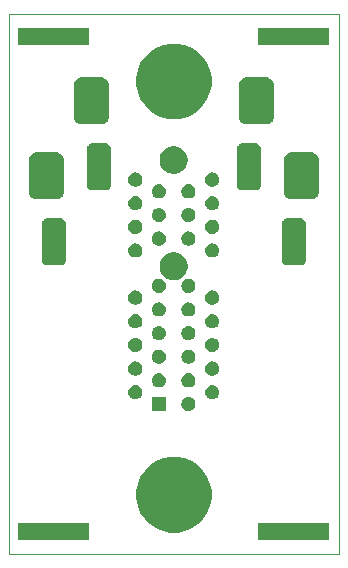
<source format=gbr>
%TF.GenerationSoftware,KiCad,Pcbnew,5.0.2-bee76a0~70~ubuntu16.04.1*%
%TF.CreationDate,2019-06-19T10:23:05+02:00*%
%TF.ProjectId,baseplate_in_output,62617365-706c-4617-9465-5f696e5f6f75,rev?*%
%TF.SameCoordinates,Original*%
%TF.FileFunction,Soldermask,Bot*%
%TF.FilePolarity,Negative*%
%FSLAX46Y46*%
G04 Gerber Fmt 4.6, Leading zero omitted, Abs format (unit mm)*
G04 Created by KiCad (PCBNEW 5.0.2-bee76a0~70~ubuntu16.04.1) date Mi 19 Jun 2019 10:23:05 CEST*
%MOMM*%
%LPD*%
G01*
G04 APERTURE LIST*
%ADD10C,0.100000*%
G04 APERTURE END LIST*
D10*
X25400000Y-58420000D02*
X25400000Y-12700000D01*
X53340000Y-58420000D02*
X25400000Y-58420000D01*
X53340000Y-12700000D02*
X53340000Y-58420000D01*
X25400000Y-12700000D02*
X53340000Y-12700000D01*
G36*
X52489638Y-55766554D02*
X52498901Y-55769364D01*
X52507446Y-55773932D01*
X52514928Y-55780072D01*
X52521068Y-55787554D01*
X52525636Y-55796099D01*
X52528446Y-55805362D01*
X52530000Y-55821143D01*
X52530000Y-57208857D01*
X52528446Y-57224638D01*
X52525636Y-57233901D01*
X52521068Y-57242446D01*
X52514928Y-57249928D01*
X52507446Y-57256068D01*
X52498901Y-57260636D01*
X52489638Y-57263446D01*
X52473857Y-57265000D01*
X46586143Y-57265000D01*
X46570362Y-57263446D01*
X46561099Y-57260636D01*
X46552554Y-57256068D01*
X46545072Y-57249928D01*
X46538932Y-57242446D01*
X46534364Y-57233901D01*
X46531554Y-57224638D01*
X46530000Y-57208857D01*
X46530000Y-55821143D01*
X46531554Y-55805362D01*
X46534364Y-55796099D01*
X46538932Y-55787554D01*
X46545072Y-55780072D01*
X46552554Y-55773932D01*
X46561099Y-55769364D01*
X46570362Y-55766554D01*
X46586143Y-55765000D01*
X52473857Y-55765000D01*
X52489638Y-55766554D01*
X52489638Y-55766554D01*
G37*
G36*
X32169638Y-55766554D02*
X32178901Y-55769364D01*
X32187446Y-55773932D01*
X32194928Y-55780072D01*
X32201068Y-55787554D01*
X32205636Y-55796099D01*
X32208446Y-55805362D01*
X32210000Y-55821143D01*
X32210000Y-57208857D01*
X32208446Y-57224638D01*
X32205636Y-57233901D01*
X32201068Y-57242446D01*
X32194928Y-57249928D01*
X32187446Y-57256068D01*
X32178901Y-57260636D01*
X32169638Y-57263446D01*
X32153857Y-57265000D01*
X26266143Y-57265000D01*
X26250362Y-57263446D01*
X26241099Y-57260636D01*
X26232554Y-57256068D01*
X26225072Y-57249928D01*
X26218932Y-57242446D01*
X26214364Y-57233901D01*
X26211554Y-57224638D01*
X26210000Y-57208857D01*
X26210000Y-55821143D01*
X26211554Y-55805362D01*
X26214364Y-55796099D01*
X26218932Y-55787554D01*
X26225072Y-55780072D01*
X26232554Y-55773932D01*
X26241099Y-55769364D01*
X26250362Y-55766554D01*
X26266143Y-55765000D01*
X32153857Y-55765000D01*
X32169638Y-55766554D01*
X32169638Y-55766554D01*
G37*
G36*
X40303405Y-50337974D02*
X40885767Y-50579196D01*
X41409884Y-50929400D01*
X41855600Y-51375116D01*
X42205804Y-51899233D01*
X42447026Y-52481595D01*
X42570000Y-53099826D01*
X42570000Y-53730174D01*
X42447026Y-54348405D01*
X42205804Y-54930767D01*
X41855600Y-55454884D01*
X41409884Y-55900600D01*
X40885767Y-56250804D01*
X40303405Y-56492026D01*
X39685174Y-56615000D01*
X39054826Y-56615000D01*
X38436595Y-56492026D01*
X37854233Y-56250804D01*
X37330116Y-55900600D01*
X36884400Y-55454884D01*
X36534196Y-54930767D01*
X36292974Y-54348405D01*
X36170000Y-53730174D01*
X36170000Y-53099826D01*
X36292974Y-52481595D01*
X36534196Y-51899233D01*
X36884400Y-51375116D01*
X37330116Y-50929400D01*
X37854233Y-50579196D01*
X38436595Y-50337974D01*
X39054826Y-50215000D01*
X39685174Y-50215000D01*
X40303405Y-50337974D01*
X40303405Y-50337974D01*
G37*
G36*
X38700000Y-46320000D02*
X37500000Y-46320000D01*
X37500000Y-45120000D01*
X38700000Y-45120000D01*
X38700000Y-46320000D01*
X38700000Y-46320000D01*
G37*
G36*
X40775012Y-45143057D02*
X40884207Y-45188287D01*
X40982481Y-45253952D01*
X41066048Y-45337519D01*
X41131713Y-45435793D01*
X41176943Y-45544988D01*
X41200000Y-45660904D01*
X41200000Y-45779096D01*
X41176943Y-45895012D01*
X41131713Y-46004207D01*
X41066048Y-46102481D01*
X40982481Y-46186048D01*
X40884207Y-46251713D01*
X40775012Y-46296943D01*
X40659096Y-46320000D01*
X40540904Y-46320000D01*
X40424988Y-46296943D01*
X40315793Y-46251713D01*
X40217519Y-46186048D01*
X40133952Y-46102481D01*
X40068287Y-46004207D01*
X40023057Y-45895012D01*
X40000000Y-45779096D01*
X40000000Y-45660904D01*
X40023057Y-45544988D01*
X40068287Y-45435793D01*
X40133952Y-45337519D01*
X40217519Y-45253952D01*
X40315793Y-45188287D01*
X40424988Y-45143057D01*
X40540904Y-45120000D01*
X40659096Y-45120000D01*
X40775012Y-45143057D01*
X40775012Y-45143057D01*
G37*
G36*
X42775012Y-44143057D02*
X42884207Y-44188287D01*
X42982481Y-44253952D01*
X43066048Y-44337519D01*
X43131713Y-44435793D01*
X43176943Y-44544988D01*
X43200000Y-44660904D01*
X43200000Y-44779096D01*
X43176943Y-44895012D01*
X43131713Y-45004207D01*
X43066048Y-45102481D01*
X42982481Y-45186048D01*
X42884207Y-45251713D01*
X42775012Y-45296943D01*
X42659096Y-45320000D01*
X42540904Y-45320000D01*
X42424988Y-45296943D01*
X42315793Y-45251713D01*
X42217519Y-45186048D01*
X42133952Y-45102481D01*
X42068287Y-45004207D01*
X42023057Y-44895012D01*
X42000000Y-44779096D01*
X42000000Y-44660904D01*
X42023057Y-44544988D01*
X42068287Y-44435793D01*
X42133952Y-44337519D01*
X42217519Y-44253952D01*
X42315793Y-44188287D01*
X42424988Y-44143057D01*
X42540904Y-44120000D01*
X42659096Y-44120000D01*
X42775012Y-44143057D01*
X42775012Y-44143057D01*
G37*
G36*
X36275012Y-44143057D02*
X36384207Y-44188287D01*
X36482481Y-44253952D01*
X36566048Y-44337519D01*
X36631713Y-44435793D01*
X36676943Y-44544988D01*
X36700000Y-44660904D01*
X36700000Y-44779096D01*
X36676943Y-44895012D01*
X36631713Y-45004207D01*
X36566048Y-45102481D01*
X36482481Y-45186048D01*
X36384207Y-45251713D01*
X36275012Y-45296943D01*
X36159096Y-45320000D01*
X36040904Y-45320000D01*
X35924988Y-45296943D01*
X35815793Y-45251713D01*
X35717519Y-45186048D01*
X35633952Y-45102481D01*
X35568287Y-45004207D01*
X35523057Y-44895012D01*
X35500000Y-44779096D01*
X35500000Y-44660904D01*
X35523057Y-44544988D01*
X35568287Y-44435793D01*
X35633952Y-44337519D01*
X35717519Y-44253952D01*
X35815793Y-44188287D01*
X35924988Y-44143057D01*
X36040904Y-44120000D01*
X36159096Y-44120000D01*
X36275012Y-44143057D01*
X36275012Y-44143057D01*
G37*
G36*
X40775012Y-43143057D02*
X40884207Y-43188287D01*
X40982481Y-43253952D01*
X41066048Y-43337519D01*
X41131713Y-43435793D01*
X41176943Y-43544988D01*
X41200000Y-43660904D01*
X41200000Y-43779096D01*
X41176943Y-43895012D01*
X41131713Y-44004207D01*
X41066048Y-44102481D01*
X40982481Y-44186048D01*
X40884207Y-44251713D01*
X40775012Y-44296943D01*
X40659096Y-44320000D01*
X40540904Y-44320000D01*
X40424988Y-44296943D01*
X40315793Y-44251713D01*
X40217519Y-44186048D01*
X40133952Y-44102481D01*
X40068287Y-44004207D01*
X40023057Y-43895012D01*
X40000000Y-43779096D01*
X40000000Y-43660904D01*
X40023057Y-43544988D01*
X40068287Y-43435793D01*
X40133952Y-43337519D01*
X40217519Y-43253952D01*
X40315793Y-43188287D01*
X40424988Y-43143057D01*
X40540904Y-43120000D01*
X40659096Y-43120000D01*
X40775012Y-43143057D01*
X40775012Y-43143057D01*
G37*
G36*
X38275012Y-43143057D02*
X38384207Y-43188287D01*
X38482481Y-43253952D01*
X38566048Y-43337519D01*
X38631713Y-43435793D01*
X38676943Y-43544988D01*
X38700000Y-43660904D01*
X38700000Y-43779096D01*
X38676943Y-43895012D01*
X38631713Y-44004207D01*
X38566048Y-44102481D01*
X38482481Y-44186048D01*
X38384207Y-44251713D01*
X38275012Y-44296943D01*
X38159096Y-44320000D01*
X38040904Y-44320000D01*
X37924988Y-44296943D01*
X37815793Y-44251713D01*
X37717519Y-44186048D01*
X37633952Y-44102481D01*
X37568287Y-44004207D01*
X37523057Y-43895012D01*
X37500000Y-43779096D01*
X37500000Y-43660904D01*
X37523057Y-43544988D01*
X37568287Y-43435793D01*
X37633952Y-43337519D01*
X37717519Y-43253952D01*
X37815793Y-43188287D01*
X37924988Y-43143057D01*
X38040904Y-43120000D01*
X38159096Y-43120000D01*
X38275012Y-43143057D01*
X38275012Y-43143057D01*
G37*
G36*
X36275012Y-42143057D02*
X36384207Y-42188287D01*
X36482481Y-42253952D01*
X36566048Y-42337519D01*
X36631713Y-42435793D01*
X36676943Y-42544988D01*
X36700000Y-42660904D01*
X36700000Y-42779096D01*
X36676943Y-42895012D01*
X36631713Y-43004207D01*
X36566048Y-43102481D01*
X36482481Y-43186048D01*
X36384207Y-43251713D01*
X36275012Y-43296943D01*
X36159096Y-43320000D01*
X36040904Y-43320000D01*
X35924988Y-43296943D01*
X35815793Y-43251713D01*
X35717519Y-43186048D01*
X35633952Y-43102481D01*
X35568287Y-43004207D01*
X35523057Y-42895012D01*
X35500000Y-42779096D01*
X35500000Y-42660904D01*
X35523057Y-42544988D01*
X35568287Y-42435793D01*
X35633952Y-42337519D01*
X35717519Y-42253952D01*
X35815793Y-42188287D01*
X35924988Y-42143057D01*
X36040904Y-42120000D01*
X36159096Y-42120000D01*
X36275012Y-42143057D01*
X36275012Y-42143057D01*
G37*
G36*
X42775012Y-42143057D02*
X42884207Y-42188287D01*
X42982481Y-42253952D01*
X43066048Y-42337519D01*
X43131713Y-42435793D01*
X43176943Y-42544988D01*
X43200000Y-42660904D01*
X43200000Y-42779096D01*
X43176943Y-42895012D01*
X43131713Y-43004207D01*
X43066048Y-43102481D01*
X42982481Y-43186048D01*
X42884207Y-43251713D01*
X42775012Y-43296943D01*
X42659096Y-43320000D01*
X42540904Y-43320000D01*
X42424988Y-43296943D01*
X42315793Y-43251713D01*
X42217519Y-43186048D01*
X42133952Y-43102481D01*
X42068287Y-43004207D01*
X42023057Y-42895012D01*
X42000000Y-42779096D01*
X42000000Y-42660904D01*
X42023057Y-42544988D01*
X42068287Y-42435793D01*
X42133952Y-42337519D01*
X42217519Y-42253952D01*
X42315793Y-42188287D01*
X42424988Y-42143057D01*
X42540904Y-42120000D01*
X42659096Y-42120000D01*
X42775012Y-42143057D01*
X42775012Y-42143057D01*
G37*
G36*
X40775012Y-41143057D02*
X40884207Y-41188287D01*
X40982481Y-41253952D01*
X41066048Y-41337519D01*
X41131713Y-41435793D01*
X41176943Y-41544988D01*
X41200000Y-41660904D01*
X41200000Y-41779096D01*
X41176943Y-41895012D01*
X41131713Y-42004207D01*
X41066048Y-42102481D01*
X40982481Y-42186048D01*
X40884207Y-42251713D01*
X40775012Y-42296943D01*
X40659096Y-42320000D01*
X40540904Y-42320000D01*
X40424988Y-42296943D01*
X40315793Y-42251713D01*
X40217519Y-42186048D01*
X40133952Y-42102481D01*
X40068287Y-42004207D01*
X40023057Y-41895012D01*
X40000000Y-41779096D01*
X40000000Y-41660904D01*
X40023057Y-41544988D01*
X40068287Y-41435793D01*
X40133952Y-41337519D01*
X40217519Y-41253952D01*
X40315793Y-41188287D01*
X40424988Y-41143057D01*
X40540904Y-41120000D01*
X40659096Y-41120000D01*
X40775012Y-41143057D01*
X40775012Y-41143057D01*
G37*
G36*
X38275012Y-41143057D02*
X38384207Y-41188287D01*
X38482481Y-41253952D01*
X38566048Y-41337519D01*
X38631713Y-41435793D01*
X38676943Y-41544988D01*
X38700000Y-41660904D01*
X38700000Y-41779096D01*
X38676943Y-41895012D01*
X38631713Y-42004207D01*
X38566048Y-42102481D01*
X38482481Y-42186048D01*
X38384207Y-42251713D01*
X38275012Y-42296943D01*
X38159096Y-42320000D01*
X38040904Y-42320000D01*
X37924988Y-42296943D01*
X37815793Y-42251713D01*
X37717519Y-42186048D01*
X37633952Y-42102481D01*
X37568287Y-42004207D01*
X37523057Y-41895012D01*
X37500000Y-41779096D01*
X37500000Y-41660904D01*
X37523057Y-41544988D01*
X37568287Y-41435793D01*
X37633952Y-41337519D01*
X37717519Y-41253952D01*
X37815793Y-41188287D01*
X37924988Y-41143057D01*
X38040904Y-41120000D01*
X38159096Y-41120000D01*
X38275012Y-41143057D01*
X38275012Y-41143057D01*
G37*
G36*
X42775012Y-40143057D02*
X42884207Y-40188287D01*
X42982481Y-40253952D01*
X43066048Y-40337519D01*
X43131713Y-40435793D01*
X43176943Y-40544988D01*
X43200000Y-40660904D01*
X43200000Y-40779096D01*
X43176943Y-40895012D01*
X43131713Y-41004207D01*
X43066048Y-41102481D01*
X42982481Y-41186048D01*
X42884207Y-41251713D01*
X42775012Y-41296943D01*
X42659096Y-41320000D01*
X42540904Y-41320000D01*
X42424988Y-41296943D01*
X42315793Y-41251713D01*
X42217519Y-41186048D01*
X42133952Y-41102481D01*
X42068287Y-41004207D01*
X42023057Y-40895012D01*
X42000000Y-40779096D01*
X42000000Y-40660904D01*
X42023057Y-40544988D01*
X42068287Y-40435793D01*
X42133952Y-40337519D01*
X42217519Y-40253952D01*
X42315793Y-40188287D01*
X42424988Y-40143057D01*
X42540904Y-40120000D01*
X42659096Y-40120000D01*
X42775012Y-40143057D01*
X42775012Y-40143057D01*
G37*
G36*
X36275012Y-40143057D02*
X36384207Y-40188287D01*
X36482481Y-40253952D01*
X36566048Y-40337519D01*
X36631713Y-40435793D01*
X36676943Y-40544988D01*
X36700000Y-40660904D01*
X36700000Y-40779096D01*
X36676943Y-40895012D01*
X36631713Y-41004207D01*
X36566048Y-41102481D01*
X36482481Y-41186048D01*
X36384207Y-41251713D01*
X36275012Y-41296943D01*
X36159096Y-41320000D01*
X36040904Y-41320000D01*
X35924988Y-41296943D01*
X35815793Y-41251713D01*
X35717519Y-41186048D01*
X35633952Y-41102481D01*
X35568287Y-41004207D01*
X35523057Y-40895012D01*
X35500000Y-40779096D01*
X35500000Y-40660904D01*
X35523057Y-40544988D01*
X35568287Y-40435793D01*
X35633952Y-40337519D01*
X35717519Y-40253952D01*
X35815793Y-40188287D01*
X35924988Y-40143057D01*
X36040904Y-40120000D01*
X36159096Y-40120000D01*
X36275012Y-40143057D01*
X36275012Y-40143057D01*
G37*
G36*
X40775012Y-39143057D02*
X40884207Y-39188287D01*
X40982481Y-39253952D01*
X41066048Y-39337519D01*
X41131713Y-39435793D01*
X41176943Y-39544988D01*
X41200000Y-39660904D01*
X41200000Y-39779096D01*
X41176943Y-39895012D01*
X41131713Y-40004207D01*
X41066048Y-40102481D01*
X40982481Y-40186048D01*
X40884207Y-40251713D01*
X40775012Y-40296943D01*
X40659096Y-40320000D01*
X40540904Y-40320000D01*
X40424988Y-40296943D01*
X40315793Y-40251713D01*
X40217519Y-40186048D01*
X40133952Y-40102481D01*
X40068287Y-40004207D01*
X40023057Y-39895012D01*
X40000000Y-39779096D01*
X40000000Y-39660904D01*
X40023057Y-39544988D01*
X40068287Y-39435793D01*
X40133952Y-39337519D01*
X40217519Y-39253952D01*
X40315793Y-39188287D01*
X40424988Y-39143057D01*
X40540904Y-39120000D01*
X40659096Y-39120000D01*
X40775012Y-39143057D01*
X40775012Y-39143057D01*
G37*
G36*
X38275012Y-39143057D02*
X38384207Y-39188287D01*
X38482481Y-39253952D01*
X38566048Y-39337519D01*
X38631713Y-39435793D01*
X38676943Y-39544988D01*
X38700000Y-39660904D01*
X38700000Y-39779096D01*
X38676943Y-39895012D01*
X38631713Y-40004207D01*
X38566048Y-40102481D01*
X38482481Y-40186048D01*
X38384207Y-40251713D01*
X38275012Y-40296943D01*
X38159096Y-40320000D01*
X38040904Y-40320000D01*
X37924988Y-40296943D01*
X37815793Y-40251713D01*
X37717519Y-40186048D01*
X37633952Y-40102481D01*
X37568287Y-40004207D01*
X37523057Y-39895012D01*
X37500000Y-39779096D01*
X37500000Y-39660904D01*
X37523057Y-39544988D01*
X37568287Y-39435793D01*
X37633952Y-39337519D01*
X37717519Y-39253952D01*
X37815793Y-39188287D01*
X37924988Y-39143057D01*
X38040904Y-39120000D01*
X38159096Y-39120000D01*
X38275012Y-39143057D01*
X38275012Y-39143057D01*
G37*
G36*
X36275012Y-38143057D02*
X36384207Y-38188287D01*
X36482481Y-38253952D01*
X36566048Y-38337519D01*
X36631713Y-38435793D01*
X36676943Y-38544988D01*
X36700000Y-38660904D01*
X36700000Y-38779096D01*
X36676943Y-38895012D01*
X36631713Y-39004207D01*
X36566048Y-39102481D01*
X36482481Y-39186048D01*
X36384207Y-39251713D01*
X36275012Y-39296943D01*
X36159096Y-39320000D01*
X36040904Y-39320000D01*
X35924988Y-39296943D01*
X35815793Y-39251713D01*
X35717519Y-39186048D01*
X35633952Y-39102481D01*
X35568287Y-39004207D01*
X35523057Y-38895012D01*
X35500000Y-38779096D01*
X35500000Y-38660904D01*
X35523057Y-38544988D01*
X35568287Y-38435793D01*
X35633952Y-38337519D01*
X35717519Y-38253952D01*
X35815793Y-38188287D01*
X35924988Y-38143057D01*
X36040904Y-38120000D01*
X36159096Y-38120000D01*
X36275012Y-38143057D01*
X36275012Y-38143057D01*
G37*
G36*
X42775012Y-38143057D02*
X42884207Y-38188287D01*
X42982481Y-38253952D01*
X43066048Y-38337519D01*
X43131713Y-38435793D01*
X43176943Y-38544988D01*
X43200000Y-38660904D01*
X43200000Y-38779096D01*
X43176943Y-38895012D01*
X43131713Y-39004207D01*
X43066048Y-39102481D01*
X42982481Y-39186048D01*
X42884207Y-39251713D01*
X42775012Y-39296943D01*
X42659096Y-39320000D01*
X42540904Y-39320000D01*
X42424988Y-39296943D01*
X42315793Y-39251713D01*
X42217519Y-39186048D01*
X42133952Y-39102481D01*
X42068287Y-39004207D01*
X42023057Y-38895012D01*
X42000000Y-38779096D01*
X42000000Y-38660904D01*
X42023057Y-38544988D01*
X42068287Y-38435793D01*
X42133952Y-38337519D01*
X42217519Y-38253952D01*
X42315793Y-38188287D01*
X42424988Y-38143057D01*
X42540904Y-38120000D01*
X42659096Y-38120000D01*
X42775012Y-38143057D01*
X42775012Y-38143057D01*
G37*
G36*
X38275012Y-37143057D02*
X38384207Y-37188287D01*
X38482481Y-37253952D01*
X38566048Y-37337519D01*
X38631713Y-37435793D01*
X38676943Y-37544988D01*
X38700000Y-37660904D01*
X38700000Y-37779096D01*
X38676943Y-37895012D01*
X38631713Y-38004207D01*
X38566048Y-38102481D01*
X38482481Y-38186048D01*
X38384207Y-38251713D01*
X38275012Y-38296943D01*
X38159096Y-38320000D01*
X38040904Y-38320000D01*
X37924988Y-38296943D01*
X37815793Y-38251713D01*
X37717519Y-38186048D01*
X37633952Y-38102481D01*
X37568287Y-38004207D01*
X37523057Y-37895012D01*
X37500000Y-37779096D01*
X37500000Y-37660904D01*
X37523057Y-37544988D01*
X37568287Y-37435793D01*
X37633952Y-37337519D01*
X37717519Y-37253952D01*
X37815793Y-37188287D01*
X37924988Y-37143057D01*
X38040904Y-37120000D01*
X38159096Y-37120000D01*
X38275012Y-37143057D01*
X38275012Y-37143057D01*
G37*
G36*
X40775012Y-37143057D02*
X40884207Y-37188287D01*
X40982481Y-37253952D01*
X41066048Y-37337519D01*
X41131713Y-37435793D01*
X41176943Y-37544988D01*
X41200000Y-37660904D01*
X41200000Y-37779096D01*
X41176943Y-37895012D01*
X41131713Y-38004207D01*
X41066048Y-38102481D01*
X40982481Y-38186048D01*
X40884207Y-38251713D01*
X40775012Y-38296943D01*
X40659096Y-38320000D01*
X40540904Y-38320000D01*
X40424988Y-38296943D01*
X40315793Y-38251713D01*
X40217519Y-38186048D01*
X40133952Y-38102481D01*
X40068287Y-38004207D01*
X40023057Y-37895012D01*
X40000000Y-37779096D01*
X40000000Y-37660904D01*
X40023057Y-37544988D01*
X40068287Y-37435793D01*
X40133952Y-37337519D01*
X40217519Y-37253952D01*
X40315793Y-37188287D01*
X40424988Y-37143057D01*
X40540904Y-37120000D01*
X40659096Y-37120000D01*
X40775012Y-37143057D01*
X40775012Y-37143057D01*
G37*
G36*
X36275012Y-36143057D02*
X36384207Y-36188287D01*
X36482481Y-36253952D01*
X36566048Y-36337519D01*
X36631713Y-36435793D01*
X36676943Y-36544988D01*
X36700000Y-36660904D01*
X36700000Y-36779096D01*
X36676943Y-36895012D01*
X36631713Y-37004207D01*
X36566048Y-37102481D01*
X36482481Y-37186048D01*
X36384207Y-37251713D01*
X36275012Y-37296943D01*
X36159096Y-37320000D01*
X36040904Y-37320000D01*
X35924988Y-37296943D01*
X35815793Y-37251713D01*
X35717519Y-37186048D01*
X35633952Y-37102481D01*
X35568287Y-37004207D01*
X35523057Y-36895012D01*
X35500000Y-36779096D01*
X35500000Y-36660904D01*
X35523057Y-36544988D01*
X35568287Y-36435793D01*
X35633952Y-36337519D01*
X35717519Y-36253952D01*
X35815793Y-36188287D01*
X35924988Y-36143057D01*
X36040904Y-36120000D01*
X36159096Y-36120000D01*
X36275012Y-36143057D01*
X36275012Y-36143057D01*
G37*
G36*
X42775012Y-36143057D02*
X42884207Y-36188287D01*
X42982481Y-36253952D01*
X43066048Y-36337519D01*
X43131713Y-36435793D01*
X43176943Y-36544988D01*
X43200000Y-36660904D01*
X43200000Y-36779096D01*
X43176943Y-36895012D01*
X43131713Y-37004207D01*
X43066048Y-37102481D01*
X42982481Y-37186048D01*
X42884207Y-37251713D01*
X42775012Y-37296943D01*
X42659096Y-37320000D01*
X42540904Y-37320000D01*
X42424988Y-37296943D01*
X42315793Y-37251713D01*
X42217519Y-37186048D01*
X42133952Y-37102481D01*
X42068287Y-37004207D01*
X42023057Y-36895012D01*
X42000000Y-36779096D01*
X42000000Y-36660904D01*
X42023057Y-36544988D01*
X42068287Y-36435793D01*
X42133952Y-36337519D01*
X42217519Y-36253952D01*
X42315793Y-36188287D01*
X42424988Y-36143057D01*
X42540904Y-36120000D01*
X42659096Y-36120000D01*
X42775012Y-36143057D01*
X42775012Y-36143057D01*
G37*
G36*
X40775012Y-35143057D02*
X40884207Y-35188287D01*
X40982481Y-35253952D01*
X41066048Y-35337519D01*
X41131713Y-35435793D01*
X41176943Y-35544988D01*
X41200000Y-35660904D01*
X41200000Y-35779096D01*
X41176943Y-35895012D01*
X41131713Y-36004207D01*
X41066048Y-36102481D01*
X40982481Y-36186048D01*
X40884207Y-36251713D01*
X40775012Y-36296943D01*
X40659096Y-36320000D01*
X40540904Y-36320000D01*
X40424988Y-36296943D01*
X40315793Y-36251713D01*
X40217519Y-36186048D01*
X40133952Y-36102481D01*
X40068287Y-36004207D01*
X40023057Y-35895012D01*
X40000000Y-35779096D01*
X40000000Y-35660904D01*
X40023057Y-35544988D01*
X40068287Y-35435793D01*
X40133952Y-35337519D01*
X40217519Y-35253952D01*
X40315793Y-35188287D01*
X40424988Y-35143057D01*
X40540904Y-35120000D01*
X40659096Y-35120000D01*
X40775012Y-35143057D01*
X40775012Y-35143057D01*
G37*
G36*
X38275012Y-35143057D02*
X38384207Y-35188287D01*
X38482481Y-35253952D01*
X38566048Y-35337519D01*
X38631713Y-35435793D01*
X38676943Y-35544988D01*
X38700000Y-35660904D01*
X38700000Y-35779096D01*
X38676943Y-35895012D01*
X38631713Y-36004207D01*
X38566048Y-36102481D01*
X38482481Y-36186048D01*
X38384207Y-36251713D01*
X38275012Y-36296943D01*
X38159096Y-36320000D01*
X38040904Y-36320000D01*
X37924988Y-36296943D01*
X37815793Y-36251713D01*
X37717519Y-36186048D01*
X37633952Y-36102481D01*
X37568287Y-36004207D01*
X37523057Y-35895012D01*
X37500000Y-35779096D01*
X37500000Y-35660904D01*
X37523057Y-35544988D01*
X37568287Y-35435793D01*
X37633952Y-35337519D01*
X37717519Y-35253952D01*
X37815793Y-35188287D01*
X37924988Y-35143057D01*
X38040904Y-35120000D01*
X38159096Y-35120000D01*
X38275012Y-35143057D01*
X38275012Y-35143057D01*
G37*
G36*
X39692732Y-32940154D02*
X39692734Y-32940155D01*
X39692735Y-32940155D01*
X39771725Y-32972874D01*
X39906572Y-33028729D01*
X40099022Y-33157320D01*
X40262680Y-33320978D01*
X40391271Y-33513428D01*
X40479846Y-33727268D01*
X40525000Y-33954271D01*
X40525000Y-34185729D01*
X40479846Y-34412732D01*
X40391271Y-34626572D01*
X40262680Y-34819022D01*
X40099022Y-34982680D01*
X39906572Y-35111271D01*
X39829833Y-35143057D01*
X39692735Y-35199845D01*
X39692734Y-35199845D01*
X39692732Y-35199846D01*
X39465729Y-35245000D01*
X39234271Y-35245000D01*
X39007268Y-35199846D01*
X39007266Y-35199845D01*
X39007265Y-35199845D01*
X38870167Y-35143057D01*
X38793428Y-35111271D01*
X38600978Y-34982680D01*
X38437320Y-34819022D01*
X38308729Y-34626572D01*
X38220154Y-34412732D01*
X38175000Y-34185729D01*
X38175000Y-33954271D01*
X38220154Y-33727268D01*
X38308729Y-33513428D01*
X38437320Y-33320978D01*
X38600978Y-33157320D01*
X38793428Y-33028729D01*
X38928275Y-32972874D01*
X39007265Y-32940155D01*
X39007266Y-32940155D01*
X39007268Y-32940154D01*
X39234271Y-32895000D01*
X39465729Y-32895000D01*
X39692732Y-32940154D01*
X39692732Y-32940154D01*
G37*
G36*
X29857735Y-30012999D02*
X29939692Y-30037861D01*
X30015223Y-30078233D01*
X30081432Y-30132568D01*
X30135767Y-30198777D01*
X30176139Y-30274308D01*
X30201001Y-30356265D01*
X30210000Y-30447640D01*
X30210000Y-33560360D01*
X30201001Y-33651735D01*
X30176139Y-33733692D01*
X30135767Y-33809223D01*
X30081432Y-33875432D01*
X30015223Y-33929767D01*
X29939692Y-33970139D01*
X29857735Y-33995001D01*
X29766360Y-34004000D01*
X28653640Y-34004000D01*
X28562265Y-33995001D01*
X28480308Y-33970139D01*
X28404777Y-33929767D01*
X28338568Y-33875432D01*
X28284233Y-33809223D01*
X28243861Y-33733692D01*
X28218999Y-33651735D01*
X28210000Y-33560360D01*
X28210000Y-30447640D01*
X28218999Y-30356265D01*
X28243861Y-30274308D01*
X28284233Y-30198777D01*
X28338568Y-30132568D01*
X28404777Y-30078233D01*
X28480308Y-30037861D01*
X28562265Y-30012999D01*
X28653640Y-30004000D01*
X29766360Y-30004000D01*
X29857735Y-30012999D01*
X29857735Y-30012999D01*
G37*
G36*
X50177735Y-30012999D02*
X50259692Y-30037861D01*
X50335223Y-30078233D01*
X50401432Y-30132568D01*
X50455767Y-30198777D01*
X50496139Y-30274308D01*
X50521001Y-30356265D01*
X50530000Y-30447640D01*
X50530000Y-33560360D01*
X50521001Y-33651735D01*
X50496139Y-33733692D01*
X50455767Y-33809223D01*
X50401432Y-33875432D01*
X50335223Y-33929767D01*
X50259692Y-33970139D01*
X50177735Y-33995001D01*
X50086360Y-34004000D01*
X48973640Y-34004000D01*
X48882265Y-33995001D01*
X48800308Y-33970139D01*
X48724777Y-33929767D01*
X48658568Y-33875432D01*
X48604233Y-33809223D01*
X48563861Y-33733692D01*
X48538999Y-33651735D01*
X48530000Y-33560360D01*
X48530000Y-30447640D01*
X48538999Y-30356265D01*
X48563861Y-30274308D01*
X48604233Y-30198777D01*
X48658568Y-30132568D01*
X48724777Y-30078233D01*
X48800308Y-30037861D01*
X48882265Y-30012999D01*
X48973640Y-30004000D01*
X50086360Y-30004000D01*
X50177735Y-30012999D01*
X50177735Y-30012999D01*
G37*
G36*
X42775012Y-32143057D02*
X42884207Y-32188287D01*
X42982481Y-32253952D01*
X43066048Y-32337519D01*
X43131713Y-32435793D01*
X43176943Y-32544988D01*
X43200000Y-32660904D01*
X43200000Y-32779096D01*
X43176943Y-32895012D01*
X43131713Y-33004207D01*
X43066048Y-33102481D01*
X42982481Y-33186048D01*
X42884207Y-33251713D01*
X42775012Y-33296943D01*
X42659096Y-33320000D01*
X42540904Y-33320000D01*
X42424988Y-33296943D01*
X42315793Y-33251713D01*
X42217519Y-33186048D01*
X42133952Y-33102481D01*
X42068287Y-33004207D01*
X42023057Y-32895012D01*
X42000000Y-32779096D01*
X42000000Y-32660904D01*
X42023057Y-32544988D01*
X42068287Y-32435793D01*
X42133952Y-32337519D01*
X42217519Y-32253952D01*
X42315793Y-32188287D01*
X42424988Y-32143057D01*
X42540904Y-32120000D01*
X42659096Y-32120000D01*
X42775012Y-32143057D01*
X42775012Y-32143057D01*
G37*
G36*
X36275012Y-32143057D02*
X36384207Y-32188287D01*
X36482481Y-32253952D01*
X36566048Y-32337519D01*
X36631713Y-32435793D01*
X36676943Y-32544988D01*
X36700000Y-32660904D01*
X36700000Y-32779096D01*
X36676943Y-32895012D01*
X36631713Y-33004207D01*
X36566048Y-33102481D01*
X36482481Y-33186048D01*
X36384207Y-33251713D01*
X36275012Y-33296943D01*
X36159096Y-33320000D01*
X36040904Y-33320000D01*
X35924988Y-33296943D01*
X35815793Y-33251713D01*
X35717519Y-33186048D01*
X35633952Y-33102481D01*
X35568287Y-33004207D01*
X35523057Y-32895012D01*
X35500000Y-32779096D01*
X35500000Y-32660904D01*
X35523057Y-32544988D01*
X35568287Y-32435793D01*
X35633952Y-32337519D01*
X35717519Y-32253952D01*
X35815793Y-32188287D01*
X35924988Y-32143057D01*
X36040904Y-32120000D01*
X36159096Y-32120000D01*
X36275012Y-32143057D01*
X36275012Y-32143057D01*
G37*
G36*
X40775012Y-31143057D02*
X40884207Y-31188287D01*
X40982481Y-31253952D01*
X41066048Y-31337519D01*
X41131713Y-31435793D01*
X41176943Y-31544988D01*
X41200000Y-31660904D01*
X41200000Y-31779096D01*
X41176943Y-31895012D01*
X41131713Y-32004207D01*
X41066048Y-32102481D01*
X40982481Y-32186048D01*
X40884207Y-32251713D01*
X40775012Y-32296943D01*
X40659096Y-32320000D01*
X40540904Y-32320000D01*
X40424988Y-32296943D01*
X40315793Y-32251713D01*
X40217519Y-32186048D01*
X40133952Y-32102481D01*
X40068287Y-32004207D01*
X40023057Y-31895012D01*
X40000000Y-31779096D01*
X40000000Y-31660904D01*
X40023057Y-31544988D01*
X40068287Y-31435793D01*
X40133952Y-31337519D01*
X40217519Y-31253952D01*
X40315793Y-31188287D01*
X40424988Y-31143057D01*
X40540904Y-31120000D01*
X40659096Y-31120000D01*
X40775012Y-31143057D01*
X40775012Y-31143057D01*
G37*
G36*
X38275012Y-31143057D02*
X38384207Y-31188287D01*
X38482481Y-31253952D01*
X38566048Y-31337519D01*
X38631713Y-31435793D01*
X38676943Y-31544988D01*
X38700000Y-31660904D01*
X38700000Y-31779096D01*
X38676943Y-31895012D01*
X38631713Y-32004207D01*
X38566048Y-32102481D01*
X38482481Y-32186048D01*
X38384207Y-32251713D01*
X38275012Y-32296943D01*
X38159096Y-32320000D01*
X38040904Y-32320000D01*
X37924988Y-32296943D01*
X37815793Y-32251713D01*
X37717519Y-32186048D01*
X37633952Y-32102481D01*
X37568287Y-32004207D01*
X37523057Y-31895012D01*
X37500000Y-31779096D01*
X37500000Y-31660904D01*
X37523057Y-31544988D01*
X37568287Y-31435793D01*
X37633952Y-31337519D01*
X37717519Y-31253952D01*
X37815793Y-31188287D01*
X37924988Y-31143057D01*
X38040904Y-31120000D01*
X38159096Y-31120000D01*
X38275012Y-31143057D01*
X38275012Y-31143057D01*
G37*
G36*
X36275012Y-30143057D02*
X36384207Y-30188287D01*
X36482481Y-30253952D01*
X36566048Y-30337519D01*
X36631713Y-30435793D01*
X36676943Y-30544988D01*
X36700000Y-30660904D01*
X36700000Y-30779096D01*
X36676943Y-30895012D01*
X36631713Y-31004207D01*
X36566048Y-31102481D01*
X36482481Y-31186048D01*
X36384207Y-31251713D01*
X36275012Y-31296943D01*
X36159096Y-31320000D01*
X36040904Y-31320000D01*
X35924988Y-31296943D01*
X35815793Y-31251713D01*
X35717519Y-31186048D01*
X35633952Y-31102481D01*
X35568287Y-31004207D01*
X35523057Y-30895012D01*
X35500000Y-30779096D01*
X35500000Y-30660904D01*
X35523057Y-30544988D01*
X35568287Y-30435793D01*
X35633952Y-30337519D01*
X35717519Y-30253952D01*
X35815793Y-30188287D01*
X35924988Y-30143057D01*
X36040904Y-30120000D01*
X36159096Y-30120000D01*
X36275012Y-30143057D01*
X36275012Y-30143057D01*
G37*
G36*
X42775012Y-30143057D02*
X42884207Y-30188287D01*
X42982481Y-30253952D01*
X43066048Y-30337519D01*
X43131713Y-30435793D01*
X43176943Y-30544988D01*
X43200000Y-30660904D01*
X43200000Y-30779096D01*
X43176943Y-30895012D01*
X43131713Y-31004207D01*
X43066048Y-31102481D01*
X42982481Y-31186048D01*
X42884207Y-31251713D01*
X42775012Y-31296943D01*
X42659096Y-31320000D01*
X42540904Y-31320000D01*
X42424988Y-31296943D01*
X42315793Y-31251713D01*
X42217519Y-31186048D01*
X42133952Y-31102481D01*
X42068287Y-31004207D01*
X42023057Y-30895012D01*
X42000000Y-30779096D01*
X42000000Y-30660904D01*
X42023057Y-30544988D01*
X42068287Y-30435793D01*
X42133952Y-30337519D01*
X42217519Y-30253952D01*
X42315793Y-30188287D01*
X42424988Y-30143057D01*
X42540904Y-30120000D01*
X42659096Y-30120000D01*
X42775012Y-30143057D01*
X42775012Y-30143057D01*
G37*
G36*
X40775012Y-29143057D02*
X40884207Y-29188287D01*
X40982481Y-29253952D01*
X41066048Y-29337519D01*
X41131713Y-29435793D01*
X41176943Y-29544988D01*
X41200000Y-29660904D01*
X41200000Y-29779096D01*
X41176943Y-29895012D01*
X41131713Y-30004207D01*
X41066048Y-30102481D01*
X40982481Y-30186048D01*
X40884207Y-30251713D01*
X40775012Y-30296943D01*
X40659096Y-30320000D01*
X40540904Y-30320000D01*
X40424988Y-30296943D01*
X40315793Y-30251713D01*
X40217519Y-30186048D01*
X40133952Y-30102481D01*
X40068287Y-30004207D01*
X40023057Y-29895012D01*
X40000000Y-29779096D01*
X40000000Y-29660904D01*
X40023057Y-29544988D01*
X40068287Y-29435793D01*
X40133952Y-29337519D01*
X40217519Y-29253952D01*
X40315793Y-29188287D01*
X40424988Y-29143057D01*
X40540904Y-29120000D01*
X40659096Y-29120000D01*
X40775012Y-29143057D01*
X40775012Y-29143057D01*
G37*
G36*
X38275012Y-29143057D02*
X38384207Y-29188287D01*
X38482481Y-29253952D01*
X38566048Y-29337519D01*
X38631713Y-29435793D01*
X38676943Y-29544988D01*
X38700000Y-29660904D01*
X38700000Y-29779096D01*
X38676943Y-29895012D01*
X38631713Y-30004207D01*
X38566048Y-30102481D01*
X38482481Y-30186048D01*
X38384207Y-30251713D01*
X38275012Y-30296943D01*
X38159096Y-30320000D01*
X38040904Y-30320000D01*
X37924988Y-30296943D01*
X37815793Y-30251713D01*
X37717519Y-30186048D01*
X37633952Y-30102481D01*
X37568287Y-30004207D01*
X37523057Y-29895012D01*
X37500000Y-29779096D01*
X37500000Y-29660904D01*
X37523057Y-29544988D01*
X37568287Y-29435793D01*
X37633952Y-29337519D01*
X37717519Y-29253952D01*
X37815793Y-29188287D01*
X37924988Y-29143057D01*
X38040904Y-29120000D01*
X38159096Y-29120000D01*
X38275012Y-29143057D01*
X38275012Y-29143057D01*
G37*
G36*
X42775012Y-28143057D02*
X42884207Y-28188287D01*
X42982481Y-28253952D01*
X43066048Y-28337519D01*
X43131713Y-28435793D01*
X43176943Y-28544988D01*
X43200000Y-28660904D01*
X43200000Y-28779096D01*
X43176943Y-28895012D01*
X43131713Y-29004207D01*
X43066048Y-29102481D01*
X42982481Y-29186048D01*
X42884207Y-29251713D01*
X42775012Y-29296943D01*
X42659096Y-29320000D01*
X42540904Y-29320000D01*
X42424988Y-29296943D01*
X42315793Y-29251713D01*
X42217519Y-29186048D01*
X42133952Y-29102481D01*
X42068287Y-29004207D01*
X42023057Y-28895012D01*
X42000000Y-28779096D01*
X42000000Y-28660904D01*
X42023057Y-28544988D01*
X42068287Y-28435793D01*
X42133952Y-28337519D01*
X42217519Y-28253952D01*
X42315793Y-28188287D01*
X42424988Y-28143057D01*
X42540904Y-28120000D01*
X42659096Y-28120000D01*
X42775012Y-28143057D01*
X42775012Y-28143057D01*
G37*
G36*
X36275012Y-28143057D02*
X36384207Y-28188287D01*
X36482481Y-28253952D01*
X36566048Y-28337519D01*
X36631713Y-28435793D01*
X36676943Y-28544988D01*
X36700000Y-28660904D01*
X36700000Y-28779096D01*
X36676943Y-28895012D01*
X36631713Y-29004207D01*
X36566048Y-29102481D01*
X36482481Y-29186048D01*
X36384207Y-29251713D01*
X36275012Y-29296943D01*
X36159096Y-29320000D01*
X36040904Y-29320000D01*
X35924988Y-29296943D01*
X35815793Y-29251713D01*
X35717519Y-29186048D01*
X35633952Y-29102481D01*
X35568287Y-29004207D01*
X35523057Y-28895012D01*
X35500000Y-28779096D01*
X35500000Y-28660904D01*
X35523057Y-28544988D01*
X35568287Y-28435793D01*
X35633952Y-28337519D01*
X35717519Y-28253952D01*
X35815793Y-28188287D01*
X35924988Y-28143057D01*
X36040904Y-28120000D01*
X36159096Y-28120000D01*
X36275012Y-28143057D01*
X36275012Y-28143057D01*
G37*
G36*
X29521508Y-24429803D02*
X29650363Y-24468891D01*
X29769119Y-24532367D01*
X29873208Y-24617792D01*
X29958633Y-24721881D01*
X30022109Y-24840637D01*
X30061197Y-24969492D01*
X30075000Y-25109640D01*
X30075000Y-27722360D01*
X30061197Y-27862508D01*
X30022109Y-27991363D01*
X29958633Y-28110119D01*
X29873208Y-28214208D01*
X29769119Y-28299633D01*
X29650363Y-28363109D01*
X29521508Y-28402197D01*
X29381360Y-28416000D01*
X27768640Y-28416000D01*
X27628492Y-28402197D01*
X27499637Y-28363109D01*
X27380881Y-28299633D01*
X27276792Y-28214208D01*
X27191367Y-28110119D01*
X27127891Y-27991363D01*
X27088803Y-27862508D01*
X27075000Y-27722360D01*
X27075000Y-25109640D01*
X27088803Y-24969492D01*
X27127891Y-24840637D01*
X27191367Y-24721881D01*
X27276792Y-24617792D01*
X27380881Y-24532367D01*
X27499637Y-24468891D01*
X27628492Y-24429803D01*
X27768640Y-24416000D01*
X29381360Y-24416000D01*
X29521508Y-24429803D01*
X29521508Y-24429803D01*
G37*
G36*
X51111508Y-24429803D02*
X51240363Y-24468891D01*
X51359119Y-24532367D01*
X51463208Y-24617792D01*
X51548633Y-24721881D01*
X51612109Y-24840637D01*
X51651197Y-24969492D01*
X51665000Y-25109640D01*
X51665000Y-27722360D01*
X51651197Y-27862508D01*
X51612109Y-27991363D01*
X51548633Y-28110119D01*
X51463208Y-28214208D01*
X51359119Y-28299633D01*
X51240363Y-28363109D01*
X51111508Y-28402197D01*
X50971360Y-28416000D01*
X49358640Y-28416000D01*
X49218492Y-28402197D01*
X49089637Y-28363109D01*
X48970881Y-28299633D01*
X48866792Y-28214208D01*
X48781367Y-28110119D01*
X48717891Y-27991363D01*
X48678803Y-27862508D01*
X48665000Y-27722360D01*
X48665000Y-25109640D01*
X48678803Y-24969492D01*
X48717891Y-24840637D01*
X48781367Y-24721881D01*
X48866792Y-24617792D01*
X48970881Y-24532367D01*
X49089637Y-24468891D01*
X49218492Y-24429803D01*
X49358640Y-24416000D01*
X50971360Y-24416000D01*
X51111508Y-24429803D01*
X51111508Y-24429803D01*
G37*
G36*
X40775012Y-27143057D02*
X40884207Y-27188287D01*
X40982481Y-27253952D01*
X41066048Y-27337519D01*
X41131713Y-27435793D01*
X41176943Y-27544988D01*
X41200000Y-27660904D01*
X41200000Y-27779096D01*
X41176943Y-27895012D01*
X41131713Y-28004207D01*
X41066048Y-28102481D01*
X40982481Y-28186048D01*
X40884207Y-28251713D01*
X40775012Y-28296943D01*
X40659096Y-28320000D01*
X40540904Y-28320000D01*
X40424988Y-28296943D01*
X40315793Y-28251713D01*
X40217519Y-28186048D01*
X40133952Y-28102481D01*
X40068287Y-28004207D01*
X40023057Y-27895012D01*
X40000000Y-27779096D01*
X40000000Y-27660904D01*
X40023057Y-27544988D01*
X40068287Y-27435793D01*
X40133952Y-27337519D01*
X40217519Y-27253952D01*
X40315793Y-27188287D01*
X40424988Y-27143057D01*
X40540904Y-27120000D01*
X40659096Y-27120000D01*
X40775012Y-27143057D01*
X40775012Y-27143057D01*
G37*
G36*
X38275012Y-27143057D02*
X38384207Y-27188287D01*
X38482481Y-27253952D01*
X38566048Y-27337519D01*
X38631713Y-27435793D01*
X38676943Y-27544988D01*
X38700000Y-27660904D01*
X38700000Y-27779096D01*
X38676943Y-27895012D01*
X38631713Y-28004207D01*
X38566048Y-28102481D01*
X38482481Y-28186048D01*
X38384207Y-28251713D01*
X38275012Y-28296943D01*
X38159096Y-28320000D01*
X38040904Y-28320000D01*
X37924988Y-28296943D01*
X37815793Y-28251713D01*
X37717519Y-28186048D01*
X37633952Y-28102481D01*
X37568287Y-28004207D01*
X37523057Y-27895012D01*
X37500000Y-27779096D01*
X37500000Y-27660904D01*
X37523057Y-27544988D01*
X37568287Y-27435793D01*
X37633952Y-27337519D01*
X37717519Y-27253952D01*
X37815793Y-27188287D01*
X37924988Y-27143057D01*
X38040904Y-27120000D01*
X38159096Y-27120000D01*
X38275012Y-27143057D01*
X38275012Y-27143057D01*
G37*
G36*
X46367735Y-23662999D02*
X46449692Y-23687861D01*
X46525223Y-23728233D01*
X46591432Y-23782568D01*
X46645767Y-23848777D01*
X46686139Y-23924308D01*
X46711001Y-24006265D01*
X46720000Y-24097640D01*
X46720000Y-27210360D01*
X46711001Y-27301735D01*
X46686139Y-27383692D01*
X46645767Y-27459223D01*
X46591432Y-27525432D01*
X46525223Y-27579767D01*
X46449692Y-27620139D01*
X46367735Y-27645001D01*
X46276360Y-27654000D01*
X45163640Y-27654000D01*
X45072265Y-27645001D01*
X44990308Y-27620139D01*
X44914777Y-27579767D01*
X44848568Y-27525432D01*
X44794233Y-27459223D01*
X44753861Y-27383692D01*
X44728999Y-27301735D01*
X44720000Y-27210360D01*
X44720000Y-24097640D01*
X44728999Y-24006265D01*
X44753861Y-23924308D01*
X44794233Y-23848777D01*
X44848568Y-23782568D01*
X44914777Y-23728233D01*
X44990308Y-23687861D01*
X45072265Y-23662999D01*
X45163640Y-23654000D01*
X46276360Y-23654000D01*
X46367735Y-23662999D01*
X46367735Y-23662999D01*
G37*
G36*
X33667735Y-23662999D02*
X33749692Y-23687861D01*
X33825223Y-23728233D01*
X33891432Y-23782568D01*
X33945767Y-23848777D01*
X33986139Y-23924308D01*
X34011001Y-24006265D01*
X34020000Y-24097640D01*
X34020000Y-27210360D01*
X34011001Y-27301735D01*
X33986139Y-27383692D01*
X33945767Y-27459223D01*
X33891432Y-27525432D01*
X33825223Y-27579767D01*
X33749692Y-27620139D01*
X33667735Y-27645001D01*
X33576360Y-27654000D01*
X32463640Y-27654000D01*
X32372265Y-27645001D01*
X32290308Y-27620139D01*
X32214777Y-27579767D01*
X32148568Y-27525432D01*
X32094233Y-27459223D01*
X32053861Y-27383692D01*
X32028999Y-27301735D01*
X32020000Y-27210360D01*
X32020000Y-24097640D01*
X32028999Y-24006265D01*
X32053861Y-23924308D01*
X32094233Y-23848777D01*
X32148568Y-23782568D01*
X32214777Y-23728233D01*
X32290308Y-23687861D01*
X32372265Y-23662999D01*
X32463640Y-23654000D01*
X33576360Y-23654000D01*
X33667735Y-23662999D01*
X33667735Y-23662999D01*
G37*
G36*
X36275012Y-26143057D02*
X36384207Y-26188287D01*
X36482481Y-26253952D01*
X36566048Y-26337519D01*
X36631713Y-26435793D01*
X36676943Y-26544988D01*
X36700000Y-26660904D01*
X36700000Y-26779096D01*
X36676943Y-26895012D01*
X36631713Y-27004207D01*
X36566048Y-27102481D01*
X36482481Y-27186048D01*
X36384207Y-27251713D01*
X36275012Y-27296943D01*
X36159096Y-27320000D01*
X36040904Y-27320000D01*
X35924988Y-27296943D01*
X35815793Y-27251713D01*
X35717519Y-27186048D01*
X35633952Y-27102481D01*
X35568287Y-27004207D01*
X35523057Y-26895012D01*
X35500000Y-26779096D01*
X35500000Y-26660904D01*
X35523057Y-26544988D01*
X35568287Y-26435793D01*
X35633952Y-26337519D01*
X35717519Y-26253952D01*
X35815793Y-26188287D01*
X35924988Y-26143057D01*
X36040904Y-26120000D01*
X36159096Y-26120000D01*
X36275012Y-26143057D01*
X36275012Y-26143057D01*
G37*
G36*
X42775012Y-26143057D02*
X42884207Y-26188287D01*
X42982481Y-26253952D01*
X43066048Y-26337519D01*
X43131713Y-26435793D01*
X43176943Y-26544988D01*
X43200000Y-26660904D01*
X43200000Y-26779096D01*
X43176943Y-26895012D01*
X43131713Y-27004207D01*
X43066048Y-27102481D01*
X42982481Y-27186048D01*
X42884207Y-27251713D01*
X42775012Y-27296943D01*
X42659096Y-27320000D01*
X42540904Y-27320000D01*
X42424988Y-27296943D01*
X42315793Y-27251713D01*
X42217519Y-27186048D01*
X42133952Y-27102481D01*
X42068287Y-27004207D01*
X42023057Y-26895012D01*
X42000000Y-26779096D01*
X42000000Y-26660904D01*
X42023057Y-26544988D01*
X42068287Y-26435793D01*
X42133952Y-26337519D01*
X42217519Y-26253952D01*
X42315793Y-26188287D01*
X42424988Y-26143057D01*
X42540904Y-26120000D01*
X42659096Y-26120000D01*
X42775012Y-26143057D01*
X42775012Y-26143057D01*
G37*
G36*
X39692732Y-23940154D02*
X39692734Y-23940155D01*
X39692735Y-23940155D01*
X39747062Y-23962658D01*
X39906572Y-24028729D01*
X40099022Y-24157320D01*
X40262680Y-24320978D01*
X40391271Y-24513428D01*
X40479846Y-24727268D01*
X40525000Y-24954271D01*
X40525000Y-25185729D01*
X40479846Y-25412732D01*
X40391271Y-25626572D01*
X40262680Y-25819022D01*
X40099022Y-25982680D01*
X39906572Y-26111271D01*
X39829833Y-26143057D01*
X39692735Y-26199845D01*
X39692734Y-26199845D01*
X39692732Y-26199846D01*
X39465729Y-26245000D01*
X39234271Y-26245000D01*
X39007268Y-26199846D01*
X39007266Y-26199845D01*
X39007265Y-26199845D01*
X38870167Y-26143057D01*
X38793428Y-26111271D01*
X38600978Y-25982680D01*
X38437320Y-25819022D01*
X38308729Y-25626572D01*
X38220154Y-25412732D01*
X38175000Y-25185729D01*
X38175000Y-24954271D01*
X38220154Y-24727268D01*
X38308729Y-24513428D01*
X38437320Y-24320978D01*
X38600978Y-24157320D01*
X38793428Y-24028729D01*
X38952938Y-23962658D01*
X39007265Y-23940155D01*
X39007266Y-23940155D01*
X39007268Y-23940154D01*
X39234271Y-23895000D01*
X39465729Y-23895000D01*
X39692732Y-23940154D01*
X39692732Y-23940154D01*
G37*
G36*
X47301508Y-18079803D02*
X47430363Y-18118891D01*
X47549119Y-18182367D01*
X47653208Y-18267792D01*
X47738633Y-18371881D01*
X47802109Y-18490637D01*
X47841197Y-18619492D01*
X47855000Y-18759640D01*
X47855000Y-21372360D01*
X47841197Y-21512508D01*
X47802109Y-21641363D01*
X47738633Y-21760119D01*
X47653208Y-21864208D01*
X47549119Y-21949633D01*
X47430363Y-22013109D01*
X47301508Y-22052197D01*
X47161360Y-22066000D01*
X45548640Y-22066000D01*
X45408492Y-22052197D01*
X45279637Y-22013109D01*
X45160881Y-21949633D01*
X45056792Y-21864208D01*
X44971367Y-21760119D01*
X44907891Y-21641363D01*
X44868803Y-21512508D01*
X44855000Y-21372360D01*
X44855000Y-18759640D01*
X44868803Y-18619492D01*
X44907891Y-18490637D01*
X44971367Y-18371881D01*
X45056792Y-18267792D01*
X45160881Y-18182367D01*
X45279637Y-18118891D01*
X45408492Y-18079803D01*
X45548640Y-18066000D01*
X47161360Y-18066000D01*
X47301508Y-18079803D01*
X47301508Y-18079803D01*
G37*
G36*
X33331508Y-18079803D02*
X33460363Y-18118891D01*
X33579119Y-18182367D01*
X33683208Y-18267792D01*
X33768633Y-18371881D01*
X33832109Y-18490637D01*
X33871197Y-18619492D01*
X33885000Y-18759640D01*
X33885000Y-21372360D01*
X33871197Y-21512508D01*
X33832109Y-21641363D01*
X33768633Y-21760119D01*
X33683208Y-21864208D01*
X33579119Y-21949633D01*
X33460363Y-22013109D01*
X33331508Y-22052197D01*
X33191360Y-22066000D01*
X31578640Y-22066000D01*
X31438492Y-22052197D01*
X31309637Y-22013109D01*
X31190881Y-21949633D01*
X31086792Y-21864208D01*
X31001367Y-21760119D01*
X30937891Y-21641363D01*
X30898803Y-21512508D01*
X30885000Y-21372360D01*
X30885000Y-18759640D01*
X30898803Y-18619492D01*
X30937891Y-18490637D01*
X31001367Y-18371881D01*
X31086792Y-18267792D01*
X31190881Y-18182367D01*
X31309637Y-18118891D01*
X31438492Y-18079803D01*
X31578640Y-18066000D01*
X33191360Y-18066000D01*
X33331508Y-18079803D01*
X33331508Y-18079803D01*
G37*
G36*
X40303405Y-15337974D02*
X40885767Y-15579196D01*
X41409884Y-15929400D01*
X41855600Y-16375116D01*
X42205804Y-16899233D01*
X42447026Y-17481595D01*
X42570000Y-18099826D01*
X42570000Y-18730174D01*
X42447026Y-19348405D01*
X42205804Y-19930767D01*
X41855600Y-20454884D01*
X41409884Y-20900600D01*
X40885767Y-21250804D01*
X40303405Y-21492026D01*
X39685174Y-21615000D01*
X39054826Y-21615000D01*
X38436595Y-21492026D01*
X37854233Y-21250804D01*
X37330116Y-20900600D01*
X36884400Y-20454884D01*
X36534196Y-19930767D01*
X36292974Y-19348405D01*
X36170000Y-18730174D01*
X36170000Y-18099826D01*
X36292974Y-17481595D01*
X36534196Y-16899233D01*
X36884400Y-16375116D01*
X37330116Y-15929400D01*
X37854233Y-15579196D01*
X38436595Y-15337974D01*
X39054826Y-15215000D01*
X39685174Y-15215000D01*
X40303405Y-15337974D01*
X40303405Y-15337974D01*
G37*
G36*
X52489638Y-13856554D02*
X52498901Y-13859364D01*
X52507446Y-13863932D01*
X52514928Y-13870072D01*
X52521068Y-13877554D01*
X52525636Y-13886099D01*
X52528446Y-13895362D01*
X52530000Y-13911143D01*
X52530000Y-15298857D01*
X52528446Y-15314638D01*
X52525636Y-15323901D01*
X52521068Y-15332446D01*
X52514928Y-15339928D01*
X52507446Y-15346068D01*
X52498901Y-15350636D01*
X52489638Y-15353446D01*
X52473857Y-15355000D01*
X46586143Y-15355000D01*
X46570362Y-15353446D01*
X46561099Y-15350636D01*
X46552554Y-15346068D01*
X46545072Y-15339928D01*
X46538932Y-15332446D01*
X46534364Y-15323901D01*
X46531554Y-15314638D01*
X46530000Y-15298857D01*
X46530000Y-13911143D01*
X46531554Y-13895362D01*
X46534364Y-13886099D01*
X46538932Y-13877554D01*
X46545072Y-13870072D01*
X46552554Y-13863932D01*
X46561099Y-13859364D01*
X46570362Y-13856554D01*
X46586143Y-13855000D01*
X52473857Y-13855000D01*
X52489638Y-13856554D01*
X52489638Y-13856554D01*
G37*
G36*
X32169638Y-13856554D02*
X32178901Y-13859364D01*
X32187446Y-13863932D01*
X32194928Y-13870072D01*
X32201068Y-13877554D01*
X32205636Y-13886099D01*
X32208446Y-13895362D01*
X32210000Y-13911143D01*
X32210000Y-15298857D01*
X32208446Y-15314638D01*
X32205636Y-15323901D01*
X32201068Y-15332446D01*
X32194928Y-15339928D01*
X32187446Y-15346068D01*
X32178901Y-15350636D01*
X32169638Y-15353446D01*
X32153857Y-15355000D01*
X26266143Y-15355000D01*
X26250362Y-15353446D01*
X26241099Y-15350636D01*
X26232554Y-15346068D01*
X26225072Y-15339928D01*
X26218932Y-15332446D01*
X26214364Y-15323901D01*
X26211554Y-15314638D01*
X26210000Y-15298857D01*
X26210000Y-13911143D01*
X26211554Y-13895362D01*
X26214364Y-13886099D01*
X26218932Y-13877554D01*
X26225072Y-13870072D01*
X26232554Y-13863932D01*
X26241099Y-13859364D01*
X26250362Y-13856554D01*
X26266143Y-13855000D01*
X32153857Y-13855000D01*
X32169638Y-13856554D01*
X32169638Y-13856554D01*
G37*
M02*

</source>
